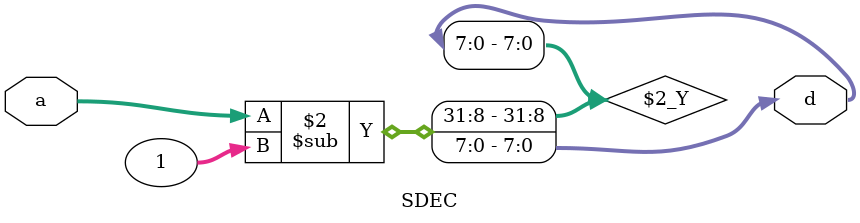
<source format=v>
`timescale 1ns / 1ps


module DEC(a, d);
    parameter DATAWIDTH = 8;
    input [DATAWIDTH - 1 : 0] a;
    output reg [DATAWIDTH - 1 : 0] d;
    
    always @(a) begin
        d <= a - 1;
    end   
     
endmodule


module SDEC(a, d);
    parameter DATAWIDTH = 8;
    input signed [DATAWIDTH - 1 : 0] a;
    output reg signed [DATAWIDTH - 1 : 0] d;
    
    always @(a) begin
        d <= a - 1;
    end   
     
endmodule

</source>
